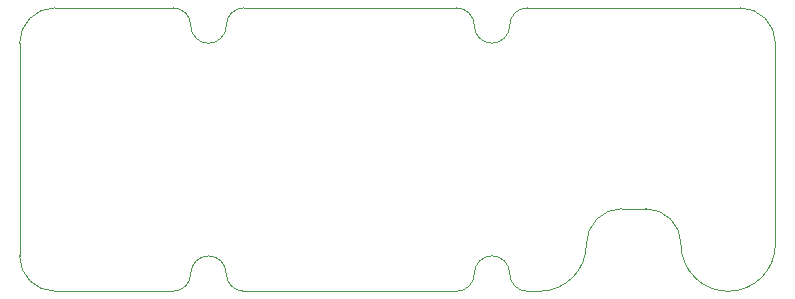
<source format=gm1>
G04 #@! TF.FileFunction,Profile,NP*
%FSLAX46Y46*%
G04 Gerber Fmt 4.6, Leading zero omitted, Abs format (unit mm)*
G04 Created by KiCad (PCBNEW (2015-08-15 BZR 6092)-product) date 3/13/2016 3:57:28 PM*
%MOMM*%
G01*
G04 APERTURE LIST*
%ADD10C,0.100000*%
G04 APERTURE END LIST*
D10*
X109000000Y-57000000D02*
X109000000Y-49000000D01*
X112000000Y-60000000D02*
X113000000Y-60000000D01*
X109000000Y-57000000D02*
G75*
G03X112000000Y-60000000I3000000J0D01*
G01*
X112000000Y-36000000D02*
X122000000Y-36000000D01*
X112000000Y-36000000D02*
G75*
G03X109000000Y-39000000I0J-3000000D01*
G01*
X146000000Y-36000000D02*
X128000000Y-36000000D01*
X170000000Y-36000000D02*
X152000000Y-36000000D01*
X173000000Y-39000000D02*
G75*
G03X170000000Y-36000000I-3000000J0D01*
G01*
X109000000Y-49000000D02*
X109000000Y-48000000D01*
X122000000Y-60000000D02*
X121000000Y-60000000D01*
X129000000Y-60000000D02*
X128000000Y-60000000D01*
X152000000Y-60000000D02*
X153000000Y-60000000D01*
X145000000Y-60000000D02*
X146000000Y-60000000D01*
X173000000Y-39000000D02*
X173000000Y-40000000D01*
X109000000Y-40000000D02*
X109000000Y-39000000D01*
X121000000Y-60000000D02*
X113000000Y-60000000D01*
X109000000Y-40000000D02*
X109000000Y-48000000D01*
X160000000Y-53000000D02*
X162000000Y-53000000D01*
X160000000Y-53000000D02*
G75*
G03X157000000Y-56000000I0J-3000000D01*
G01*
X165000000Y-56000000D02*
G75*
G03X162000000Y-53000000I-3000000J0D01*
G01*
X165000000Y-56000000D02*
G75*
G03X169000000Y-60000000I4000000J0D01*
G01*
X153000000Y-60000000D02*
G75*
G03X157000000Y-56000000I0J4000000D01*
G01*
X173000000Y-56000000D02*
X173000000Y-40000000D01*
X169000000Y-60000000D02*
G75*
G03X173000000Y-56000000I0J4000000D01*
G01*
X129000000Y-60000000D02*
X145000000Y-60000000D01*
X150500000Y-58500000D02*
G75*
G03X152000000Y-60000000I1500000J0D01*
G01*
X146000000Y-60000000D02*
G75*
G03X147500000Y-58500000I0J1500000D01*
G01*
X149000000Y-57000000D02*
G75*
G03X147500000Y-58500000I0J-1500000D01*
G01*
X150500000Y-58500000D02*
G75*
G03X149000000Y-57000000I-1500000J0D01*
G01*
X126500000Y-58500000D02*
G75*
G03X128000000Y-60000000I1500000J0D01*
G01*
X122000000Y-60000000D02*
G75*
G03X123500000Y-58500000I0J1500000D01*
G01*
X125000000Y-57000000D02*
G75*
G03X123500000Y-58500000I0J-1500000D01*
G01*
X126500000Y-58500000D02*
G75*
G03X125000000Y-57000000I-1500000J0D01*
G01*
X123500000Y-37500000D02*
G75*
G03X122000000Y-36000000I-1500000J0D01*
G01*
X128000000Y-36000000D02*
G75*
G03X126500000Y-37500000I0J-1500000D01*
G01*
X125000000Y-39000000D02*
G75*
G03X126500000Y-37500000I0J1500000D01*
G01*
X123500000Y-37500000D02*
G75*
G03X125000000Y-39000000I1500000J0D01*
G01*
X147500000Y-37500000D02*
G75*
G03X146000000Y-36000000I-1500000J0D01*
G01*
X152000000Y-36000000D02*
G75*
G03X150500000Y-37500000I0J-1500000D01*
G01*
X149000000Y-39000000D02*
G75*
G03X150500000Y-37500000I0J1500000D01*
G01*
X147500000Y-37500000D02*
G75*
G03X149000000Y-39000000I1500000J0D01*
G01*
M02*

</source>
